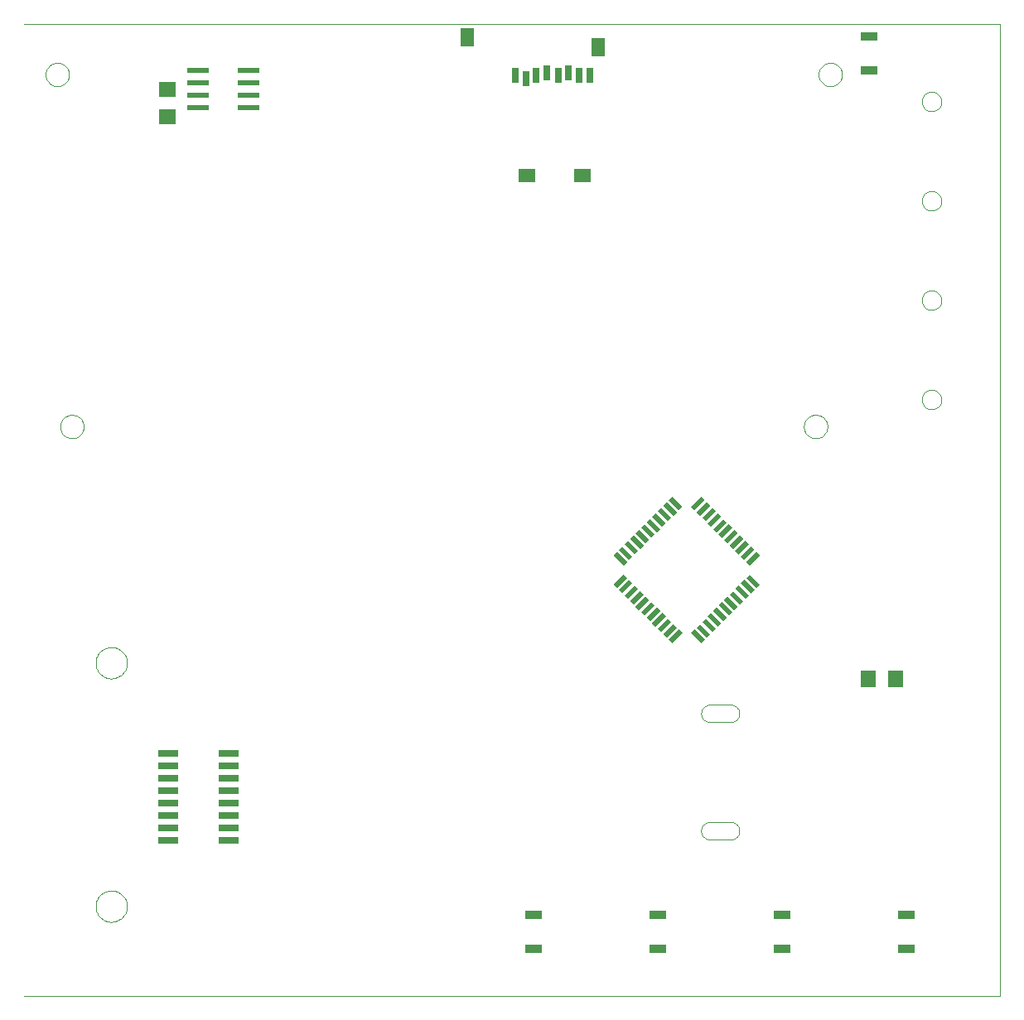
<source format=gtp>
G75*
G70*
%OFA0B0*%
%FSLAX24Y24*%
%IPPOS*%
%LPD*%
%AMOC8*
5,1,8,0,0,1.08239X$1,22.5*
%
%ADD10C,0.0000*%
%ADD11R,0.0200X0.0580*%
%ADD12R,0.0866X0.0236*%
%ADD13R,0.0709X0.0630*%
%ADD14R,0.0700X0.0360*%
%ADD15R,0.0630X0.0710*%
%ADD16R,0.0800X0.0260*%
%ADD17R,0.0551X0.0748*%
%ADD18R,0.0709X0.0551*%
%ADD19R,0.0315X0.0591*%
D10*
X002925Y005413D02*
X042167Y005413D01*
X042167Y044533D01*
X002925Y044533D01*
X003777Y042500D02*
X003779Y042543D01*
X003785Y042585D01*
X003795Y042627D01*
X003808Y042668D01*
X003825Y042708D01*
X003846Y042745D01*
X003870Y042781D01*
X003897Y042814D01*
X003927Y042845D01*
X003960Y042873D01*
X003995Y042898D01*
X004032Y042919D01*
X004071Y042937D01*
X004111Y042951D01*
X004153Y042962D01*
X004195Y042969D01*
X004238Y042972D01*
X004281Y042971D01*
X004324Y042966D01*
X004366Y042957D01*
X004407Y042945D01*
X004447Y042929D01*
X004485Y042909D01*
X004521Y042886D01*
X004555Y042859D01*
X004587Y042830D01*
X004615Y042798D01*
X004641Y042763D01*
X004663Y042727D01*
X004682Y042688D01*
X004697Y042648D01*
X004709Y042607D01*
X004717Y042564D01*
X004721Y042521D01*
X004721Y042479D01*
X004717Y042436D01*
X004709Y042393D01*
X004697Y042352D01*
X004682Y042312D01*
X004663Y042273D01*
X004641Y042237D01*
X004615Y042202D01*
X004587Y042170D01*
X004555Y042141D01*
X004521Y042114D01*
X004485Y042091D01*
X004447Y042071D01*
X004407Y042055D01*
X004366Y042043D01*
X004324Y042034D01*
X004281Y042029D01*
X004238Y042028D01*
X004195Y042031D01*
X004153Y042038D01*
X004111Y042049D01*
X004071Y042063D01*
X004032Y042081D01*
X003995Y042102D01*
X003960Y042127D01*
X003927Y042155D01*
X003897Y042186D01*
X003870Y042219D01*
X003846Y042255D01*
X003825Y042292D01*
X003808Y042332D01*
X003795Y042373D01*
X003785Y042415D01*
X003779Y042457D01*
X003777Y042500D01*
X004367Y028326D02*
X004369Y028369D01*
X004375Y028411D01*
X004385Y028453D01*
X004398Y028494D01*
X004415Y028534D01*
X004436Y028571D01*
X004460Y028607D01*
X004487Y028640D01*
X004517Y028671D01*
X004550Y028699D01*
X004585Y028724D01*
X004622Y028745D01*
X004661Y028763D01*
X004701Y028777D01*
X004743Y028788D01*
X004785Y028795D01*
X004828Y028798D01*
X004871Y028797D01*
X004914Y028792D01*
X004956Y028783D01*
X004997Y028771D01*
X005037Y028755D01*
X005075Y028735D01*
X005111Y028712D01*
X005145Y028685D01*
X005177Y028656D01*
X005205Y028624D01*
X005231Y028589D01*
X005253Y028553D01*
X005272Y028514D01*
X005287Y028474D01*
X005299Y028433D01*
X005307Y028390D01*
X005311Y028347D01*
X005311Y028305D01*
X005307Y028262D01*
X005299Y028219D01*
X005287Y028178D01*
X005272Y028138D01*
X005253Y028099D01*
X005231Y028063D01*
X005205Y028028D01*
X005177Y027996D01*
X005145Y027967D01*
X005111Y027940D01*
X005075Y027917D01*
X005037Y027897D01*
X004997Y027881D01*
X004956Y027869D01*
X004914Y027860D01*
X004871Y027855D01*
X004828Y027854D01*
X004785Y027857D01*
X004743Y027864D01*
X004701Y027875D01*
X004661Y027889D01*
X004622Y027907D01*
X004585Y027928D01*
X004550Y027953D01*
X004517Y027981D01*
X004487Y028012D01*
X004460Y028045D01*
X004436Y028081D01*
X004415Y028118D01*
X004398Y028158D01*
X004385Y028199D01*
X004375Y028241D01*
X004369Y028283D01*
X004367Y028326D01*
X005795Y018813D02*
X005797Y018863D01*
X005803Y018913D01*
X005813Y018962D01*
X005827Y019010D01*
X005844Y019057D01*
X005865Y019102D01*
X005890Y019146D01*
X005918Y019187D01*
X005950Y019226D01*
X005984Y019263D01*
X006021Y019297D01*
X006061Y019327D01*
X006103Y019354D01*
X006147Y019378D01*
X006193Y019399D01*
X006240Y019415D01*
X006288Y019428D01*
X006338Y019437D01*
X006387Y019442D01*
X006438Y019443D01*
X006488Y019440D01*
X006537Y019433D01*
X006586Y019422D01*
X006634Y019407D01*
X006680Y019389D01*
X006725Y019367D01*
X006768Y019341D01*
X006809Y019312D01*
X006848Y019280D01*
X006884Y019245D01*
X006916Y019207D01*
X006946Y019167D01*
X006973Y019124D01*
X006996Y019080D01*
X007015Y019034D01*
X007031Y018986D01*
X007043Y018937D01*
X007051Y018888D01*
X007055Y018838D01*
X007055Y018788D01*
X007051Y018738D01*
X007043Y018689D01*
X007031Y018640D01*
X007015Y018592D01*
X006996Y018546D01*
X006973Y018502D01*
X006946Y018459D01*
X006916Y018419D01*
X006884Y018381D01*
X006848Y018346D01*
X006809Y018314D01*
X006768Y018285D01*
X006725Y018259D01*
X006680Y018237D01*
X006634Y018219D01*
X006586Y018204D01*
X006537Y018193D01*
X006488Y018186D01*
X006438Y018183D01*
X006387Y018184D01*
X006338Y018189D01*
X006288Y018198D01*
X006240Y018211D01*
X006193Y018227D01*
X006147Y018248D01*
X006103Y018272D01*
X006061Y018299D01*
X006021Y018329D01*
X005984Y018363D01*
X005950Y018400D01*
X005918Y018439D01*
X005890Y018480D01*
X005865Y018524D01*
X005844Y018569D01*
X005827Y018616D01*
X005813Y018664D01*
X005803Y018713D01*
X005797Y018763D01*
X005795Y018813D01*
X005795Y009013D02*
X005797Y009063D01*
X005803Y009113D01*
X005813Y009162D01*
X005827Y009210D01*
X005844Y009257D01*
X005865Y009302D01*
X005890Y009346D01*
X005918Y009387D01*
X005950Y009426D01*
X005984Y009463D01*
X006021Y009497D01*
X006061Y009527D01*
X006103Y009554D01*
X006147Y009578D01*
X006193Y009599D01*
X006240Y009615D01*
X006288Y009628D01*
X006338Y009637D01*
X006387Y009642D01*
X006438Y009643D01*
X006488Y009640D01*
X006537Y009633D01*
X006586Y009622D01*
X006634Y009607D01*
X006680Y009589D01*
X006725Y009567D01*
X006768Y009541D01*
X006809Y009512D01*
X006848Y009480D01*
X006884Y009445D01*
X006916Y009407D01*
X006946Y009367D01*
X006973Y009324D01*
X006996Y009280D01*
X007015Y009234D01*
X007031Y009186D01*
X007043Y009137D01*
X007051Y009088D01*
X007055Y009038D01*
X007055Y008988D01*
X007051Y008938D01*
X007043Y008889D01*
X007031Y008840D01*
X007015Y008792D01*
X006996Y008746D01*
X006973Y008702D01*
X006946Y008659D01*
X006916Y008619D01*
X006884Y008581D01*
X006848Y008546D01*
X006809Y008514D01*
X006768Y008485D01*
X006725Y008459D01*
X006680Y008437D01*
X006634Y008419D01*
X006586Y008404D01*
X006537Y008393D01*
X006488Y008386D01*
X006438Y008383D01*
X006387Y008384D01*
X006338Y008389D01*
X006288Y008398D01*
X006240Y008411D01*
X006193Y008427D01*
X006147Y008448D01*
X006103Y008472D01*
X006061Y008499D01*
X006021Y008529D01*
X005984Y008563D01*
X005950Y008600D01*
X005918Y008639D01*
X005890Y008680D01*
X005865Y008724D01*
X005844Y008769D01*
X005827Y008816D01*
X005813Y008864D01*
X005803Y008913D01*
X005797Y008963D01*
X005795Y009013D01*
X030512Y011696D02*
X031338Y011696D01*
X031338Y011697D02*
X031375Y011699D01*
X031412Y011705D01*
X031447Y011714D01*
X031482Y011728D01*
X031515Y011744D01*
X031546Y011765D01*
X031575Y011788D01*
X031601Y011814D01*
X031624Y011843D01*
X031645Y011874D01*
X031661Y011907D01*
X031675Y011942D01*
X031684Y011977D01*
X031690Y012014D01*
X031692Y012051D01*
X031690Y012088D01*
X031684Y012125D01*
X031675Y012160D01*
X031661Y012195D01*
X031645Y012228D01*
X031624Y012259D01*
X031601Y012288D01*
X031575Y012314D01*
X031546Y012337D01*
X031515Y012358D01*
X031482Y012374D01*
X031447Y012388D01*
X031412Y012397D01*
X031375Y012403D01*
X031338Y012405D01*
X030512Y012405D01*
X030475Y012403D01*
X030438Y012397D01*
X030403Y012388D01*
X030368Y012374D01*
X030335Y012358D01*
X030304Y012337D01*
X030275Y012314D01*
X030249Y012288D01*
X030226Y012259D01*
X030205Y012228D01*
X030189Y012195D01*
X030175Y012160D01*
X030166Y012125D01*
X030160Y012088D01*
X030158Y012051D01*
X030160Y012014D01*
X030166Y011977D01*
X030175Y011942D01*
X030189Y011907D01*
X030205Y011874D01*
X030226Y011843D01*
X030249Y011814D01*
X030275Y011788D01*
X030304Y011765D01*
X030335Y011744D01*
X030368Y011728D01*
X030403Y011714D01*
X030438Y011705D01*
X030475Y011699D01*
X030512Y011697D01*
X030512Y016421D02*
X031338Y016421D01*
X031375Y016423D01*
X031412Y016429D01*
X031447Y016438D01*
X031482Y016452D01*
X031515Y016468D01*
X031546Y016489D01*
X031575Y016512D01*
X031601Y016538D01*
X031624Y016567D01*
X031645Y016598D01*
X031661Y016631D01*
X031675Y016666D01*
X031684Y016701D01*
X031690Y016738D01*
X031692Y016775D01*
X031690Y016812D01*
X031684Y016849D01*
X031675Y016884D01*
X031661Y016919D01*
X031645Y016952D01*
X031624Y016983D01*
X031601Y017012D01*
X031575Y017038D01*
X031546Y017061D01*
X031515Y017082D01*
X031482Y017098D01*
X031447Y017112D01*
X031412Y017121D01*
X031375Y017127D01*
X031338Y017129D01*
X031338Y017130D02*
X030512Y017130D01*
X030512Y017129D02*
X030475Y017127D01*
X030438Y017121D01*
X030403Y017112D01*
X030368Y017098D01*
X030335Y017082D01*
X030304Y017061D01*
X030275Y017038D01*
X030249Y017012D01*
X030226Y016983D01*
X030205Y016952D01*
X030189Y016919D01*
X030175Y016884D01*
X030166Y016849D01*
X030160Y016812D01*
X030158Y016775D01*
X030160Y016738D01*
X030166Y016701D01*
X030175Y016666D01*
X030189Y016631D01*
X030205Y016598D01*
X030226Y016567D01*
X030249Y016538D01*
X030275Y016512D01*
X030304Y016489D01*
X030335Y016468D01*
X030368Y016452D01*
X030403Y016438D01*
X030438Y016429D01*
X030475Y016423D01*
X030512Y016421D01*
X034289Y028326D02*
X034291Y028369D01*
X034297Y028411D01*
X034307Y028453D01*
X034320Y028494D01*
X034337Y028534D01*
X034358Y028571D01*
X034382Y028607D01*
X034409Y028640D01*
X034439Y028671D01*
X034472Y028699D01*
X034507Y028724D01*
X034544Y028745D01*
X034583Y028763D01*
X034623Y028777D01*
X034665Y028788D01*
X034707Y028795D01*
X034750Y028798D01*
X034793Y028797D01*
X034836Y028792D01*
X034878Y028783D01*
X034919Y028771D01*
X034959Y028755D01*
X034997Y028735D01*
X035033Y028712D01*
X035067Y028685D01*
X035099Y028656D01*
X035127Y028624D01*
X035153Y028589D01*
X035175Y028553D01*
X035194Y028514D01*
X035209Y028474D01*
X035221Y028433D01*
X035229Y028390D01*
X035233Y028347D01*
X035233Y028305D01*
X035229Y028262D01*
X035221Y028219D01*
X035209Y028178D01*
X035194Y028138D01*
X035175Y028099D01*
X035153Y028063D01*
X035127Y028028D01*
X035099Y027996D01*
X035067Y027967D01*
X035033Y027940D01*
X034997Y027917D01*
X034959Y027897D01*
X034919Y027881D01*
X034878Y027869D01*
X034836Y027860D01*
X034793Y027855D01*
X034750Y027854D01*
X034707Y027857D01*
X034665Y027864D01*
X034623Y027875D01*
X034583Y027889D01*
X034544Y027907D01*
X034507Y027928D01*
X034472Y027953D01*
X034439Y027981D01*
X034409Y028012D01*
X034382Y028045D01*
X034358Y028081D01*
X034337Y028118D01*
X034320Y028158D01*
X034307Y028199D01*
X034297Y028241D01*
X034291Y028283D01*
X034289Y028326D01*
X039031Y029413D02*
X039033Y029452D01*
X039039Y029491D01*
X039049Y029529D01*
X039062Y029566D01*
X039079Y029601D01*
X039099Y029635D01*
X039123Y029666D01*
X039150Y029695D01*
X039179Y029721D01*
X039211Y029744D01*
X039245Y029764D01*
X039281Y029780D01*
X039318Y029792D01*
X039357Y029801D01*
X039396Y029806D01*
X039435Y029807D01*
X039474Y029804D01*
X039513Y029797D01*
X039550Y029786D01*
X039587Y029772D01*
X039622Y029754D01*
X039655Y029733D01*
X039686Y029708D01*
X039714Y029681D01*
X039739Y029651D01*
X039761Y029618D01*
X039780Y029584D01*
X039795Y029548D01*
X039807Y029510D01*
X039815Y029472D01*
X039819Y029433D01*
X039819Y029393D01*
X039815Y029354D01*
X039807Y029316D01*
X039795Y029278D01*
X039780Y029242D01*
X039761Y029208D01*
X039739Y029175D01*
X039714Y029145D01*
X039686Y029118D01*
X039655Y029093D01*
X039622Y029072D01*
X039587Y029054D01*
X039550Y029040D01*
X039513Y029029D01*
X039474Y029022D01*
X039435Y029019D01*
X039396Y029020D01*
X039357Y029025D01*
X039318Y029034D01*
X039281Y029046D01*
X039245Y029062D01*
X039211Y029082D01*
X039179Y029105D01*
X039150Y029131D01*
X039123Y029160D01*
X039099Y029191D01*
X039079Y029225D01*
X039062Y029260D01*
X039049Y029297D01*
X039039Y029335D01*
X039033Y029374D01*
X039031Y029413D01*
X039031Y033413D02*
X039033Y033452D01*
X039039Y033491D01*
X039049Y033529D01*
X039062Y033566D01*
X039079Y033601D01*
X039099Y033635D01*
X039123Y033666D01*
X039150Y033695D01*
X039179Y033721D01*
X039211Y033744D01*
X039245Y033764D01*
X039281Y033780D01*
X039318Y033792D01*
X039357Y033801D01*
X039396Y033806D01*
X039435Y033807D01*
X039474Y033804D01*
X039513Y033797D01*
X039550Y033786D01*
X039587Y033772D01*
X039622Y033754D01*
X039655Y033733D01*
X039686Y033708D01*
X039714Y033681D01*
X039739Y033651D01*
X039761Y033618D01*
X039780Y033584D01*
X039795Y033548D01*
X039807Y033510D01*
X039815Y033472D01*
X039819Y033433D01*
X039819Y033393D01*
X039815Y033354D01*
X039807Y033316D01*
X039795Y033278D01*
X039780Y033242D01*
X039761Y033208D01*
X039739Y033175D01*
X039714Y033145D01*
X039686Y033118D01*
X039655Y033093D01*
X039622Y033072D01*
X039587Y033054D01*
X039550Y033040D01*
X039513Y033029D01*
X039474Y033022D01*
X039435Y033019D01*
X039396Y033020D01*
X039357Y033025D01*
X039318Y033034D01*
X039281Y033046D01*
X039245Y033062D01*
X039211Y033082D01*
X039179Y033105D01*
X039150Y033131D01*
X039123Y033160D01*
X039099Y033191D01*
X039079Y033225D01*
X039062Y033260D01*
X039049Y033297D01*
X039039Y033335D01*
X039033Y033374D01*
X039031Y033413D01*
X039031Y037413D02*
X039033Y037452D01*
X039039Y037491D01*
X039049Y037529D01*
X039062Y037566D01*
X039079Y037601D01*
X039099Y037635D01*
X039123Y037666D01*
X039150Y037695D01*
X039179Y037721D01*
X039211Y037744D01*
X039245Y037764D01*
X039281Y037780D01*
X039318Y037792D01*
X039357Y037801D01*
X039396Y037806D01*
X039435Y037807D01*
X039474Y037804D01*
X039513Y037797D01*
X039550Y037786D01*
X039587Y037772D01*
X039622Y037754D01*
X039655Y037733D01*
X039686Y037708D01*
X039714Y037681D01*
X039739Y037651D01*
X039761Y037618D01*
X039780Y037584D01*
X039795Y037548D01*
X039807Y037510D01*
X039815Y037472D01*
X039819Y037433D01*
X039819Y037393D01*
X039815Y037354D01*
X039807Y037316D01*
X039795Y037278D01*
X039780Y037242D01*
X039761Y037208D01*
X039739Y037175D01*
X039714Y037145D01*
X039686Y037118D01*
X039655Y037093D01*
X039622Y037072D01*
X039587Y037054D01*
X039550Y037040D01*
X039513Y037029D01*
X039474Y037022D01*
X039435Y037019D01*
X039396Y037020D01*
X039357Y037025D01*
X039318Y037034D01*
X039281Y037046D01*
X039245Y037062D01*
X039211Y037082D01*
X039179Y037105D01*
X039150Y037131D01*
X039123Y037160D01*
X039099Y037191D01*
X039079Y037225D01*
X039062Y037260D01*
X039049Y037297D01*
X039039Y037335D01*
X039033Y037374D01*
X039031Y037413D01*
X039031Y041413D02*
X039033Y041452D01*
X039039Y041491D01*
X039049Y041529D01*
X039062Y041566D01*
X039079Y041601D01*
X039099Y041635D01*
X039123Y041666D01*
X039150Y041695D01*
X039179Y041721D01*
X039211Y041744D01*
X039245Y041764D01*
X039281Y041780D01*
X039318Y041792D01*
X039357Y041801D01*
X039396Y041806D01*
X039435Y041807D01*
X039474Y041804D01*
X039513Y041797D01*
X039550Y041786D01*
X039587Y041772D01*
X039622Y041754D01*
X039655Y041733D01*
X039686Y041708D01*
X039714Y041681D01*
X039739Y041651D01*
X039761Y041618D01*
X039780Y041584D01*
X039795Y041548D01*
X039807Y041510D01*
X039815Y041472D01*
X039819Y041433D01*
X039819Y041393D01*
X039815Y041354D01*
X039807Y041316D01*
X039795Y041278D01*
X039780Y041242D01*
X039761Y041208D01*
X039739Y041175D01*
X039714Y041145D01*
X039686Y041118D01*
X039655Y041093D01*
X039622Y041072D01*
X039587Y041054D01*
X039550Y041040D01*
X039513Y041029D01*
X039474Y041022D01*
X039435Y041019D01*
X039396Y041020D01*
X039357Y041025D01*
X039318Y041034D01*
X039281Y041046D01*
X039245Y041062D01*
X039211Y041082D01*
X039179Y041105D01*
X039150Y041131D01*
X039123Y041160D01*
X039099Y041191D01*
X039079Y041225D01*
X039062Y041260D01*
X039049Y041297D01*
X039039Y041335D01*
X039033Y041374D01*
X039031Y041413D01*
X034879Y042500D02*
X034881Y042543D01*
X034887Y042585D01*
X034897Y042627D01*
X034910Y042668D01*
X034927Y042708D01*
X034948Y042745D01*
X034972Y042781D01*
X034999Y042814D01*
X035029Y042845D01*
X035062Y042873D01*
X035097Y042898D01*
X035134Y042919D01*
X035173Y042937D01*
X035213Y042951D01*
X035255Y042962D01*
X035297Y042969D01*
X035340Y042972D01*
X035383Y042971D01*
X035426Y042966D01*
X035468Y042957D01*
X035509Y042945D01*
X035549Y042929D01*
X035587Y042909D01*
X035623Y042886D01*
X035657Y042859D01*
X035689Y042830D01*
X035717Y042798D01*
X035743Y042763D01*
X035765Y042727D01*
X035784Y042688D01*
X035799Y042648D01*
X035811Y042607D01*
X035819Y042564D01*
X035823Y042521D01*
X035823Y042479D01*
X035819Y042436D01*
X035811Y042393D01*
X035799Y042352D01*
X035784Y042312D01*
X035765Y042273D01*
X035743Y042237D01*
X035717Y042202D01*
X035689Y042170D01*
X035657Y042141D01*
X035623Y042114D01*
X035587Y042091D01*
X035549Y042071D01*
X035509Y042055D01*
X035468Y042043D01*
X035426Y042034D01*
X035383Y042029D01*
X035340Y042028D01*
X035297Y042031D01*
X035255Y042038D01*
X035213Y042049D01*
X035173Y042063D01*
X035134Y042081D01*
X035097Y042102D01*
X035062Y042127D01*
X035029Y042155D01*
X034999Y042186D01*
X034972Y042219D01*
X034948Y042255D01*
X034927Y042292D01*
X034910Y042332D01*
X034897Y042373D01*
X034887Y042415D01*
X034881Y042457D01*
X034879Y042500D01*
D11*
G36*
X029890Y024957D02*
X029749Y025098D01*
X030158Y025507D01*
X030299Y025366D01*
X029890Y024957D01*
G37*
G36*
X030109Y024738D02*
X029968Y024879D01*
X030377Y025288D01*
X030518Y025147D01*
X030109Y024738D01*
G37*
G36*
X030335Y024512D02*
X030194Y024653D01*
X030603Y025062D01*
X030744Y024921D01*
X030335Y024512D01*
G37*
G36*
X030555Y024293D02*
X030414Y024434D01*
X030823Y024843D01*
X030964Y024702D01*
X030555Y024293D01*
G37*
G36*
X030781Y024066D02*
X030640Y024207D01*
X031049Y024616D01*
X031190Y024475D01*
X030781Y024066D01*
G37*
G36*
X031000Y023847D02*
X030859Y023988D01*
X031268Y024397D01*
X031409Y024256D01*
X031000Y023847D01*
G37*
G36*
X031219Y023628D02*
X031078Y023769D01*
X031487Y024178D01*
X031628Y024037D01*
X031219Y023628D01*
G37*
G36*
X031446Y023402D02*
X031305Y023543D01*
X031714Y023952D01*
X031855Y023811D01*
X031446Y023402D01*
G37*
G36*
X031665Y023182D02*
X031524Y023323D01*
X031933Y023732D01*
X032074Y023591D01*
X031665Y023182D01*
G37*
G36*
X031891Y022956D02*
X031750Y023097D01*
X032159Y023506D01*
X032300Y023365D01*
X031891Y022956D01*
G37*
G36*
X032110Y022737D02*
X031969Y022878D01*
X032378Y023287D01*
X032519Y023146D01*
X032110Y022737D01*
G37*
G36*
X031969Y022241D02*
X032110Y022382D01*
X032519Y021973D01*
X032378Y021832D01*
X031969Y022241D01*
G37*
G36*
X031750Y022022D02*
X031891Y022163D01*
X032300Y021754D01*
X032159Y021613D01*
X031750Y022022D01*
G37*
G36*
X031524Y021795D02*
X031665Y021936D01*
X032074Y021527D01*
X031933Y021386D01*
X031524Y021795D01*
G37*
G36*
X031305Y021576D02*
X031446Y021717D01*
X031855Y021308D01*
X031714Y021167D01*
X031305Y021576D01*
G37*
G36*
X031078Y021350D02*
X031219Y021491D01*
X031628Y021082D01*
X031487Y020941D01*
X031078Y021350D01*
G37*
G36*
X030859Y021131D02*
X031000Y021272D01*
X031409Y020863D01*
X031268Y020722D01*
X030859Y021131D01*
G37*
G36*
X030640Y020912D02*
X030781Y021053D01*
X031190Y020644D01*
X031049Y020503D01*
X030640Y020912D01*
G37*
G36*
X030414Y020685D02*
X030555Y020826D01*
X030964Y020417D01*
X030823Y020276D01*
X030414Y020685D01*
G37*
G36*
X030194Y020466D02*
X030335Y020607D01*
X030744Y020198D01*
X030603Y020057D01*
X030194Y020466D01*
G37*
G36*
X029968Y020240D02*
X030109Y020381D01*
X030518Y019972D01*
X030377Y019831D01*
X029968Y020240D01*
G37*
G36*
X029749Y020021D02*
X029890Y020162D01*
X030299Y019753D01*
X030158Y019612D01*
X029749Y020021D01*
G37*
G36*
X028985Y019612D02*
X028844Y019753D01*
X029253Y020162D01*
X029394Y020021D01*
X028985Y019612D01*
G37*
G36*
X028766Y019831D02*
X028625Y019972D01*
X029034Y020381D01*
X029175Y020240D01*
X028766Y019831D01*
G37*
G36*
X028539Y020057D02*
X028398Y020198D01*
X028807Y020607D01*
X028948Y020466D01*
X028539Y020057D01*
G37*
G36*
X028320Y020276D02*
X028179Y020417D01*
X028588Y020826D01*
X028729Y020685D01*
X028320Y020276D01*
G37*
G36*
X028094Y020503D02*
X027953Y020644D01*
X028362Y021053D01*
X028503Y020912D01*
X028094Y020503D01*
G37*
G36*
X027875Y020722D02*
X027734Y020863D01*
X028143Y021272D01*
X028284Y021131D01*
X027875Y020722D01*
G37*
G36*
X027656Y020941D02*
X027515Y021082D01*
X027924Y021491D01*
X028065Y021350D01*
X027656Y020941D01*
G37*
G36*
X027429Y021167D02*
X027288Y021308D01*
X027697Y021717D01*
X027838Y021576D01*
X027429Y021167D01*
G37*
G36*
X027210Y021386D02*
X027069Y021527D01*
X027478Y021936D01*
X027619Y021795D01*
X027210Y021386D01*
G37*
G36*
X026984Y021613D02*
X026843Y021754D01*
X027252Y022163D01*
X027393Y022022D01*
X026984Y021613D01*
G37*
G36*
X026765Y021832D02*
X026624Y021973D01*
X027033Y022382D01*
X027174Y022241D01*
X026765Y021832D01*
G37*
G36*
X026624Y023146D02*
X026765Y023287D01*
X027174Y022878D01*
X027033Y022737D01*
X026624Y023146D01*
G37*
G36*
X026843Y023365D02*
X026984Y023506D01*
X027393Y023097D01*
X027252Y022956D01*
X026843Y023365D01*
G37*
G36*
X027069Y023591D02*
X027210Y023732D01*
X027619Y023323D01*
X027478Y023182D01*
X027069Y023591D01*
G37*
G36*
X027288Y023811D02*
X027429Y023952D01*
X027838Y023543D01*
X027697Y023402D01*
X027288Y023811D01*
G37*
G36*
X027515Y024037D02*
X027656Y024178D01*
X028065Y023769D01*
X027924Y023628D01*
X027515Y024037D01*
G37*
G36*
X027734Y024256D02*
X027875Y024397D01*
X028284Y023988D01*
X028143Y023847D01*
X027734Y024256D01*
G37*
G36*
X027953Y024475D02*
X028094Y024616D01*
X028503Y024207D01*
X028362Y024066D01*
X027953Y024475D01*
G37*
G36*
X028179Y024702D02*
X028320Y024843D01*
X028729Y024434D01*
X028588Y024293D01*
X028179Y024702D01*
G37*
G36*
X028398Y024921D02*
X028539Y025062D01*
X028948Y024653D01*
X028807Y024512D01*
X028398Y024921D01*
G37*
G36*
X028625Y025147D02*
X028766Y025288D01*
X029175Y024879D01*
X029034Y024738D01*
X028625Y025147D01*
G37*
G36*
X028844Y025366D02*
X028985Y025507D01*
X029394Y025098D01*
X029253Y024957D01*
X028844Y025366D01*
G37*
D12*
X011949Y041163D03*
X011949Y041663D03*
X011949Y042163D03*
X011949Y042663D03*
X009901Y042663D03*
X009901Y042163D03*
X009901Y041663D03*
X009901Y041163D03*
D13*
X008683Y040799D03*
X008683Y041902D03*
D14*
X036925Y042663D03*
X036925Y044038D03*
X038425Y008663D03*
X038425Y007288D03*
X033425Y007288D03*
X033425Y008663D03*
X028425Y008663D03*
X028425Y007288D03*
X023425Y007288D03*
X023425Y008663D03*
D15*
X036865Y018163D03*
X037985Y018163D03*
D16*
X011135Y015163D03*
X011135Y014663D03*
X011135Y014163D03*
X011135Y013663D03*
X011135Y013163D03*
X011135Y012663D03*
X011135Y012163D03*
X011135Y011663D03*
X008715Y011663D03*
X008715Y012163D03*
X008715Y012663D03*
X008715Y013163D03*
X008715Y013663D03*
X008715Y014163D03*
X008715Y014663D03*
X008715Y015163D03*
D17*
X026004Y043598D03*
X020728Y043992D03*
D18*
X023130Y038421D03*
X025374Y038421D03*
D19*
X023094Y042319D03*
X022661Y042476D03*
X023527Y042476D03*
X023960Y042555D03*
X024394Y042476D03*
X024827Y042555D03*
X025260Y042476D03*
X025693Y042476D03*
M02*

</source>
